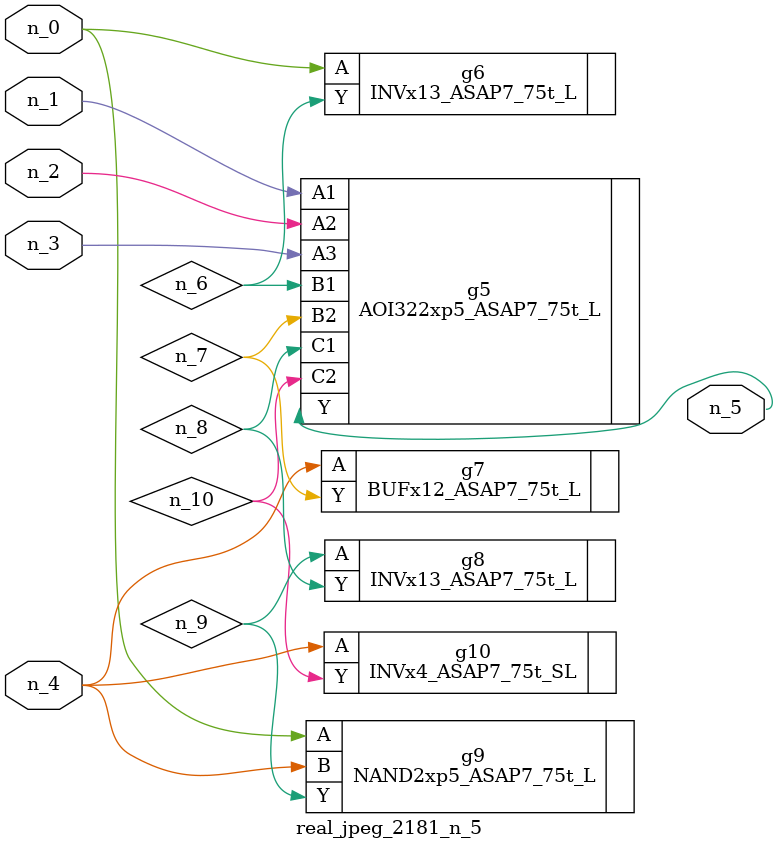
<source format=v>
module real_jpeg_2181_n_5 (n_4, n_0, n_1, n_2, n_3, n_5);

input n_4;
input n_0;
input n_1;
input n_2;
input n_3;

output n_5;

wire n_8;
wire n_6;
wire n_7;
wire n_10;
wire n_9;

INVx13_ASAP7_75t_L g6 ( 
.A(n_0),
.Y(n_6)
);

NAND2xp5_ASAP7_75t_L g9 ( 
.A(n_0),
.B(n_4),
.Y(n_9)
);

AOI322xp5_ASAP7_75t_L g5 ( 
.A1(n_1),
.A2(n_2),
.A3(n_3),
.B1(n_6),
.B2(n_7),
.C1(n_8),
.C2(n_10),
.Y(n_5)
);

BUFx12_ASAP7_75t_L g7 ( 
.A(n_4),
.Y(n_7)
);

INVx4_ASAP7_75t_SL g10 ( 
.A(n_4),
.Y(n_10)
);

INVx13_ASAP7_75t_L g8 ( 
.A(n_9),
.Y(n_8)
);


endmodule
</source>
